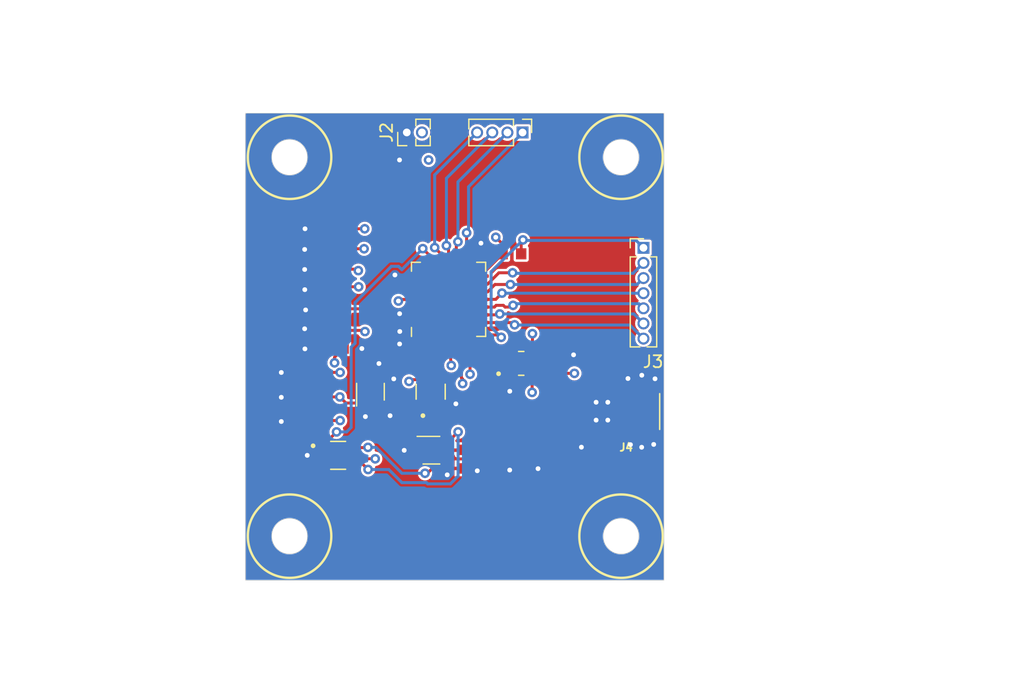
<source format=kicad_pcb>
(kicad_pcb (version 20221018) (generator pcbnew)
  (layers (0 "F.Cu" signal "RF & Signal") (1 "In1.Cu" power "Ground") (2 "In2.Cu" power "VCC") (31 "B.Cu" signal "Signal") (36 "B.SilkS" user "B.Silkscreen") (37 "F.SilkS" user "F.Silkscreen") (38 "B.Mask" user) (39 "F.Mask" user) (44 "Edge.Cuts" user))
  (net 0 "")
  (net 1 "/Filter_Input")
  (net 2 "GND")
  (net 3 "+3.3V")
  (net 4 "/PA_Input")
  (net 5 "Net-(C3-Pad2)")
  (net 6 "Net-(C4-Pad1)")
  (net 7 "Net-(C5-Pad1)")
  (net 8 "Net-(C7-Pad1)")
  (net 9 "/PA_OUTPUT")
  (net 10 "/LNA_INPUT")
  (net 11 "Net-(U2-IN)")
  (net 12 "Net-(Y1-VDD)")
  (net 13 "/TCXO_OUT")
  (net 14 "Net-(U2-OUT)")
  (net 15 "/LNA_OUTPUT")
  (net 16 "Net-(U4-VR_DIG)")
  (net 17 "Net-(U4-VR_ANA)")
  (net 18 "Net-(U4-VBAT_RF)")
  (net 19 "Net-(U4-VBAT_ANA)")
  (net 20 "/SCK")
  (net 21 "/MISO")
  (net 22 "/MOSI")
  (net 23 "/NSS")
  (net 24 "/Reset")
  (net 25 "/DIO_5")
  (net 26 "/DIO_4")
  (net 27 "/DIO_3")
  (net 28 "/DIO_2")
  (net 29 "/DIO_1")
  (net 30 "/DIO_0")
  (net 31 "/Filter_Output")
  (net 32 "/DECODER_OUT_1")
  (net 33 "/DECODER_OUT_2")
  (net 35 "/Antenna_Control")
  (footprint "BGA420 LNA:INFINEON_BFP540" (layer "F.Cu") (at 136.815 91.045 90)
    (fp_text reference "U2" hide)
    (fp_text value "BGA420")
  )
  (footprint "0603 Footprint:RESC1608X55N" (layer "F.Cu") (at 133.015 86.045 -90)
    (fp_text reference "C3" hide)
    (fp_text value "100 pF")
  )
  (footprint "0603 Footprint:RESC1608X55N" (layer "F.Cu") (at 147.1452 95.9546)
    (fp_text reference "L2" hide)
    (fp_text value "14.632 nH")
  )
  (footprint "0603 Footprint:RESC1608X55N" (layer "F.Cu") (at 128.7434 84.0912 180)
    (fp_text reference "C16" hide)
    (fp_text value "10 uF")
  )
  (footprint "TXCO:OSC_ECS-TXO-2520-33-400-AN-TR" (layer "F.Cu") (at 144.41 88.6678)
    (fp_text reference "Y1" hide)
    (fp_text value "ECS-TXO-2520-33-400-AN-TR")
  )
  (footprint "Connector_PinHeader_1.27mm:PinHeader_1x04_P1.27mm_Vertical" (layer "F.Cu") (at 144.521 69.2912 -90)
    (fp_text reference "J1" hide)
    (fp_text value "Conn_01x04_Pin")
  )
  (footprint "0603 Footprint:RESC1608X55N" (layer "F.Cu") (at 136.1038 88.195 180)
    (fp_text reference "C11" hide)
    (fp_text value "100 pF")
  )
  (footprint "0603 Footprint:RESC1608X55N" (layer "F.Cu") (at 148.7041 94.329)
    (fp_text reference "C5" hide)
    (fp_text value "2.236 pF")
  )
  (footprint "0603 Footprint:RESC1608X55N" (layer "F.Cu") (at 128.7134 79.0612 180)
    (fp_text reference "C17" hide)
    (fp_text value "100 nF")
  )
  (footprint "0603 Footprint:RESC1608X55N" (layer "F.Cu") (at 144.6306 96.7046 -90)
    (fp_text reference "C4" hide)
    (fp_text value "7.234 pF")
  )
  (footprint "0603 Footprint:RESC1608X55N" (layer "F.Cu") (at 139.5002 96.7046 -90)
    (fp_text reference "C1" hide)
    (fp_text value "2.236 pF")
  )
  (footprint "0603 Footprint:RESC1608X55N" (layer "F.Cu") (at 128.735 87.395 180)
    (fp_text reference "C19" hide)
    (fp_text value "100 nF")
  )
  (footprint "Connector_PinHeader_1.27mm:PinHeader_1x02_P1.27mm_Vertical" (layer "F.Cu") (at 134.8128 69.286 90)
    (fp_text reference "J2")
    (fp_text value "Conn_01x02_Pin")
  )
  (footprint "Package_TO_SOT_SMD:SOT-363_SC-70-6" (layer "F.Cu") (at 131.765 91.045 90)
    (fp_text reference "U1" hide)
    (fp_text value "BGA2801")
  )
  (footprint "0603 Footprint:RESC1608X55N" (layer "F.Cu") (at 133.4372 94.223)
    (fp_text reference "C7" hide)
    (fp_text value "22 nF")
  )
  (footprint "Connector_PinHeader_1.27mm:PinHeader_1x07_P1.27mm_Vertical" (layer "F.Cu") (at 154.6606 78.9686)
    (fp_text reference "J3")
    (fp_text value "Conn_01x07_Pin")
  )
  (footprint "0603 Footprint:RESC1608X55N" (layer "F.Cu") (at 143.625 79.475)
    (fp_text reference "R1" hide)
    (fp_text value "4.7k")
  )
  (footprint "0603 Footprint:RESC1608X55N" (layer "F.Cu") (at 142.0398 95.9546)
    (fp_text reference "L1" hide)
    (fp_text value "14.632 nH")
  )
  (footprint "TI Decoder1:SOT65P210X110-6N" (layer "F.Cu") (at 129.0544 96.3864)
    (fp_text reference "U5" hide)
    (fp_text value "74LVC1G19")
  )
  (footprint "0603 Footprint:RESC1608X55N" (layer "F.Cu") (at 128.7134 80.7612 180)
    (fp_text reference "C13" hide)
    (fp_text value "100 nF")
  )
  (footprint "0603 Footprint:RESC1608X55N" (layer "F.Cu") (at 126.735 91.445 180)
    (fp_text reference "C10" hide)
    (fp_text value "10 nF")
  )
  (footprint "Package_TO_SOT_SMD:SOT-363_SC-70-6" (layer "F.Cu") (at 136.8776 95.9546)
    (fp_text reference "U3" hide)
    (fp_text value "AS179-92LF")
  )
  (footprint "0603 Footprint:RESC1608X55N" (layer "F.Cu") (at 126.735 93.495 180)
    (fp_text reference "C12" hide)
    (fp_text value "100 nF")
  )
  (footprint "0603 Footprint:RESC1608X55N" (layer "F.Cu") (at 148.6886 92.678)
    (fp_text reference "L3" hide)
    (fp_text value "3.9 nH")
  )
  (footprint "0603 Footprint:RESC1608X55N" (layer "F.Cu") (at 147.1433 88.7214 90)
    (fp_text reference "C6" hide)
    (fp_text value ".1 Uf")
  )
  (footprint "0603 Footprint:RESC1608X55N" (layer "F.Cu") (at 136.776 93.5416 180)
    (fp_text reference "C8" hide)
    (fp_text value "100 pF")
  )
  (footprint "0603 Footprint:RESC1608X55N" (layer "F.Cu") (at 141.5398 88.6932 -90)
    (fp_text reference "C9" hide)
    (fp_text value "15 pF")
  )
  (footprint "Package_DFN_QFN:QFN-28-1EP_6x6mm_P0.65mm_EP4.8x4.8mm" (layer "F.Cu") (at 138.315 83.295 90)
    (fp_text reference "U4" hide)
    (fp_text value "SX1278")
  )
  (footprint "0603 Footprint:RESC1608X55N" (layer "F.Cu") (at 128.7134 85.7412 180)
    (fp_text reference "C18" hide)
    (fp_text value "10 uF")
  )
  (footprint "Coax Connector - UFL:TE_1909763-1" (layer "F.Cu") (at 154.52 92.71 -90)
    (fp_text reference "J4")
    (fp_text value "Conn_Coaxial")
  )
  (footprint "0603 Footprint:RESC1608X55N" (layer "F.Cu") (at 128.7234 82.4212 180)
    (fp_text reference "C15" hide)
    (fp_text value "100 nF")
  )
  (footprint "0603 Footprint:RESC1608X55N" (layer "F.Cu") (at 126.735 89.395)
    (fp_text reference "C2" hide)
    (fp_text value "50 pF")
  )
  (footprint "0603 Footprint:RESC1608X55N" (layer "F.Cu") (at 128.7134 77.3412 180)
    (fp_text reference "C14" hide)
    (fp_text value "10 uF")
  )
  (gr_circle (center 124.9814 71.3692) (end 128.4814 71.3692) (stroke (width 0.2)) (fill none) (layer "F.SilkS"))
  (gr_circle (center 152.7814 71.3692) (end 156.2814 71.3692) (stroke (width 0.2)) (fill none) (layer "F.SilkS"))
  (gr_circle (center 152.7814 103.1692) (end 156.2814 103.1692) (stroke (width 0.2)) (fill none) (layer "F.SilkS"))
  (gr_circle (center 124.9814 103.1692) (end 128.4814 103.1692) (stroke (width 0.2)) (fill none) (layer "F.SilkS"))
  (gr_circle (center 124.9814 71.3692) (end 126.4814 71.3692) (stroke (width 0.05)) (fill none) (layer "Edge.Cuts"))
  (gr_rect (start 121.2814 67.6692) (end 156.3814 106.8692) (stroke (width 0.05)) (fill none) (layer "Edge.Cuts"))
  (gr_circle (center 124.9814 103.1692) (end 126.4814 103.1692) (stroke (width 0.05)) (fill none) (layer "Edge.Cuts"))
  (gr_circle (center 152.7814 71.3692) (end 154.2814 71.3692) (stroke (width 0.05)) (fill none) (layer "Edge.Cuts"))
  (gr_circle (center 152.7814 103.1692) (end 154.2814 103.1692) (stroke (width 0.05)) (fill none) (layer "Edge.Cuts"))
  (segment (start 139.4702 95.9546) (end 139.5002 95.9246) (width 0.25) (layer "F.Cu") (net 1))
  (segment (start 137.8276 95.9546) (end 139.4702 95.9546) (width 0.29337) (layer "F.Cu") (net 1))
  (segment (start 139.5002 95.9246) (end 141.2298 95.9246) (width 0.29337) (layer "F.Cu") (net 1))
  (segment (start 131.765 90.095) (end 132.415 90.095) (width 0.25) (layer "F.Cu") (net 2))
  (segment (start 135.3275 81.345) (end 133.9154 81.345) (width 0.25) (layer "F.Cu") (net 2))
  (segment (start 134.5654 81.995) (end 133.8178 81.2474) (width 0.25) (layer "F.Cu") (net 2))
  (segment (start 132.477701 88.682299) (end 132.415 88.745) (width 0.25) (layer "F.Cu") (net 2))
  (segment (start 127.9029 79.0742) (end 126.2783 79.0742) (width 0.25) (layer "F.Cu") (net 2))
  (segment (start 126.2783 80.7562) (end 126.2473 80.7872) (width 0.25) (layer "F.Cu") (net 2))
  (segment (start 154.4791 94.0516) (end 154.4791 95.6762) (width 0.29337) (layer "F.Cu") (net 2))
  (segment (start 154.4939 90.9195) (end 154.4629 90.8885) (width 0.25) (layer "F.Cu") (net 2))
  (segment (start 131.6198 92.8558) (end 131.6198 92.645) (width 0.25) (layer "F.Cu") (net 2))
  (segment (start 126.2783 85.733) (end 126.2473 85.764) (width 0.25) (layer "F.Cu") (net 2))
  (segment (start 136.365 81.345) (end 136.365 80.3075) (width 0.25) (layer "F.Cu") (net 2))
  (segment (start 131.765 92.4998) (end 131.765 91.995) (width 0.25) (layer "F.Cu") (net 2))
  (segment (start 127.9334 77.3412) (end 126.3088 77.3412) (width 0.25) (layer "F.Cu") (net 2))
  (segment (start 138.315 83.295) (end 136.365 81.345) (width 0.25) (layer "F.Cu") (net 2))
  (segment (start 126.2999 87.4196) (end 126.2689 87.4506) (width 0.25) (layer "F.Cu") (net 2))
  (segment (start 136.365 80.3075) (end 134.7577 80.3075) (width 0.25) (layer "F.Cu") (net 2))
  (segment (start 137.665 83.945) (end 135.3275 83.945) (width 0.25) (layer "F.Cu") (net 2))
  (segment (start 138.315 83.295) (end 137.665 83.945) (width 0.25) (layer "F.Cu") (net 2))
  (segment (start 133.9154 81.345) (end 133.8178 81.2474) (width 0.25) (layer "F.Cu") (net 2))
  (segment (start 154.552 91.3188) (end 154.552 89.6942) (width 0.29337) (layer "F.Cu") (net 2))
  (segment (start 154.4791 95.6762) (end 154.5101 95.7072) (width 0.25) (layer "F.Cu") (net 2))
  (segment (start 140.265 81.345) (end 140.265 80.3075) (width 0.25) (layer "F.Cu") (net 2))
  (segment (start 135.9276 95.9546) (end 134.6054 95.9546) (width 0.25) (layer "F.Cu") (net 2))
  (segment (start 131.765 90.874) (end 131.765 90.095) (width 0.25) (layer "F.Cu") (net 2))
  (segment (start 137.2727 92.0932) (end 138.8973 92.0932) (width 0.25) (layer "F.Cu") (net 2))
  (segment (start 131.765 90.874) (end 131.765 90.745) (width 0.25) (layer "F.Cu") (net 2))
  (segment (start 131.3404 93.1352) (end 131.6198 92.8558) (width 0.25) (layer "F.Cu") (net 2))
  (segment (start 140.5268 97.4846) (end 140.7234 97.6812) (width 0.25) (layer "F.Cu") (net 2))
  (segment (start 128.0944 97.0364) (end 127.1136 97.0364) (width 0.25) (layer "F.Cu") (net 2))
  (segment (start 138.2034 98.0212) (end 138.74 97.4846) (width 0.29337) (layer "F.Cu") (net 2))
  (segment (start 131.765 91.995) (end 131.765 90.874) (width 0.25) (layer "F.Cu") (net 2))
  (segment (start 138.74 97.4846) (end 139.5002 97.4846) (width 0.29337) (layer "F.Cu") (net 2))
  (segment (start 147.1434 87.9812) (end 148.768 87.9812) (width 0.25) (layer "F.Cu") (net 2))
  (segment (start 127.9029 80.7562) (end 126.2783 80.7562) (width 0.25) (layer "F.Cu") (net 2))
  (segment (start 134.764415 83.945) (end 134.2106 84.498815) (width 0.25) (layer "F.Cu") (net 2))
  (segment (start 143.4434 97.6212) (end 144.494 97.6212) (width 0.29337) (layer "F.Cu") (net 2))
  (segment (start 144.6786 97.504) (end 145.9542 97.504) (width 0.29337) (layer "F.Cu") (net 2))
  (segment (start 131.6198 92.645) (end 131.765 92.4998) (width 0.25) (layer "F.Cu") (net 2))
  (segment (start 125.9433 91.4836) (end 124.3187 91.4836) (width 0.25) (layer "F.Cu") (net 2))
  (segment (start 127.1136 97.0364) (end 126.4636 96.3864) (width 0.25) (layer "F.Cu") (net 2))
  (segment (start 127.9129 82.449) (end 126.2883 82.449) (width 0.25) (layer "F.Cu") (net 2))
  (segment (start 136.365 81.345) (end 135.3275 81.345) (width 0.25) (layer "F.Cu") (net 2))
  (segment (start 132.415 88.745) (end 132.415 90.095) (width 0.25) (layer "F.Cu") (net 2))
  (segment (start 148.768 87.9812) (end 148.799 87.9502) (width 0.25) (layer "F.Cu") (net 2))
  (segment (start 128.0944 96.3864) (end 126.4636 96.3864) (width 0.25) (layer "F.Cu") (net 2))
  (segment (start 144.494 97.6212) (end 144.6306 97.4846) (width 0.29337) (layer "F.Cu") (net 2))
  (segment (start 140.265 79.3468) (end 141.0314 78.5804) (width 0.25) (layer "F.Cu") (net 2))
  (segment (start 135.3275 83.945) (end 134.764415 83.945) (width 0.25) (layer "F.Cu") (net 2))
  (segment (start 134.7577 80.3075) (end 133.8178 81.2474) (width 0.25) (layer "F.Cu") (net 2))
  (segment (start 127.9837 84.1518) (end 126.3591 84.1518) (width 0.25) (layer "F.Cu") (net 2))
  (segment (start 126.3088 77.3412) (end 126.2778 77.3722) (width 0.25) (layer "F.Cu") (net 2))
  (segment (start 125.9433 89.4008) (end 124.3187 89.4008) (width 0.25) (layer "F.Cu") (net 2))
  (segment (start 124.3187 89.4008) (end 124.2877 89.4318) (width 0.25) (layer "F.Cu") (net 2))
  (segment (start 124.3187 91.4836) (end 124.2877 91.5146) (width 0.25) (layer "F.Cu") (net 2))
  (segment (start 131.765 90.745) (end 132.415 90.095) (width 0.25) (layer "F.Cu") (net 2))
  (segment (start 140.265 80.3075) (end 140.265 79.3468) (width 0.25) (layer "F.Cu") (net 2))
  (segment (start 125.9433 93.5156) (end 124.3187 93.5156) (width 0.25) (layer "F.Cu") (net 2))
  (segment (start 124.3187 93.5156) (end 124.2877 93.5466) (width 0.25) (layer "F.Cu") (net 2))
  (segment (start 143.419 90.9751) (end 143.45 91.0061) (width 0.25) (layer "F.Cu") (net 2))
  (segment (start 135.3275 81.995) (end 134.5654 81.995) (width 0.25) (layer "F.Cu") (net 2))
  (segment (start 138.315 83.295) (end 137.015 81.995) (width 0.25) (layer "F.Cu") (net 2))
  (segment (start 138.315 83.295) (end 140.265 81.345) (width 0.25) (layer "F.Cu") (net 2))
  (segment (start 149.4566 94.377) (end 149.4566 95.6526) (width 0.29337) (layer "F.Cu") (net 2))
  (segment (start 126.2783 79.0742) (end 126.2473 79.1052) (width 0.25) (layer "F.Cu") (net 2))
  (segment (start 127.9245 87.4196) (end 126.2999 87.4196) (width 0.25) (layer "F.Cu") (net 2))
  (segment (start 137.015 81.995) (end 135.3275 81.995) (width 0.25) (layer "F.Cu") (net 2))
  (segment (start 143.419 89.3505) (end 143.419 90.9751) (width 0.25) (layer "F.Cu") (net 2))
  (segment (start 127.9029 85.733) (end 126.2783 85.733) (width 0.25) (layer "F.Cu") (net 2))
  (segment (start 126.2883 82.449) (end 126.2573 82.48) (width 0.25) (layer "F.Cu") (net 2))
  (segment (start 134.6054 95.9546) (end 134.595 95.965) (width 0.25) (layer "F.Cu") (net 2))
  (segment (start 139.5002 97.4846) (end 140.5268 97.4846) (width 0.29337) (layer "F.Cu") (net 2))
  (segment (start 138.8973 92.0932) (end 138.9283 92.0622) (width 0.25) (layer "F.Cu") (net 2))
  (segment (start 128.0944 97.0364) (end 128.0944 96.3864) (width 0.25) (layer "F.Cu") (net 2))
  (via (at 131.043996 87.424965) (size 0.8) (drill 0.4) (layers "F.Cu" "B.Cu") (net 2))
  (via (at 149.4566 95.7006) (size 0.8) (drill 0.4) (layers "F.Cu" "B.Cu") (net 2))
  (via (at 138.9283 92.0622) (size 0.8) (drill 0.4) (layers "F.Cu" "B.Cu") (net 2))
  (via (at 131.3404 93.1352) (size 0.8) (drill 0.4) (layers "F.Cu" "B.Cu") (net 2))
  (via (at 151.67 91.93) (size 0.8) (drill 0.4) (layers "F.Cu" "B.Cu") (net 2))
  (via (at 126.2473 79.1052) (size 0.8) (drill 0.4) (layers "F.Cu" "B.Cu") (net 2))
  (via (at 138.2034 98.0212) (size 0.8) (drill 0.4) (layers "F.Cu" "B.Cu") (net 2))
  (via (at 133.8178 81.2474) (size 0.8) (drill 0.4) (layers "F.Cu" "B.Cu") (net 2))
  (via (at 155.63 89.96) (size 0.8) (drill 0.4) (layers "F.Cu" "B.Cu") (net 2))
  (via (at 141.0314 78.5804) (size 0.8) (drill 0.4) (layers "F.Cu" "B.Cu") (net 2))
  (via (at 126.2473 80.7872) (size 0.8) (drill 0.4) (layers "F.Cu" "B.Cu") (net 2))
  (via (at 151.67 93.43) (size 0.8) (drill 0.4) (layers "F.Cu" "B.Cu") (net 2))
  (via (at 132.477701 88.682299) (size 0.8) (drill 0.4) (layers "F.Cu" "B.Cu") (net 2))
  (via (at 126.2778 77.3722) (size 0.8) (drill 0.4) (layers "F.Cu" "B.Cu") (net 2))
  (via (at 126.2689 87.4506) (size 0.8) (drill 0.4) (layers "F.Cu" "B.Cu") (net 2))
  (via (at 145.8184 97.504) (size 0.8) (drill 0.4) (layers "F.Cu" "B.Cu") (net 2))
  (via (at 126.2573 82.48) (size 0.8) (drill 0.4) (layers "F.Cu" "B.Cu") (net 2))
  (via (at 124.2877 93.5466) (size 0.8) (drill 0.4) (layers "F.Cu" "B.Cu") (net 2))
  (via (at 134.2242 85.991185) (size 0.8) (drill 0.4) (layers "F.Cu" "B.Cu") (net 2))
  (via (at 143.45 91.0061) (size 0.8) (drill 0.4) (layers "F.Cu" "B.Cu") (net 2))
  (via (at 150.69 91.93) (size 0.8) (drill 0.4) (layers "F.Cu" "B.Cu") (net 2))
  (via (at 124.2877 89.4318) (size 0.8) (drill 0.4) (layers "F.Cu" "B.Cu") (net 2))
  (via (at 153.57 95.49) (size 0.8) (drill 0.4) (layers "F.Cu" "B.Cu") (net 2))
  (via (at 134.2106 84.498815) (size 0.8) (drill 0.4) (layers "F.Cu" "B.Cu") (net 2))
  (via (at 134.595 95.965) (size 0.8) (drill 0.4) (layers "F.Cu" "B.Cu") (net 2))
  (via (at 134.21 87.04) (size 0.8) (drill 0.4) (layers "F.Cu" "B.Cu") (net 2))
  (via (at 153.36 89.94) (size 0.8) (drill 0.4) (layers "F.Cu" "B.Cu") (net 2))
  (via (at 133.72 89.97) (size 0.8) (drill 0.4) (layers "F.Cu" "B.Cu") (net 2))
  (via (at 154.5101 95.7072) (size 0.8) (drill 0.4) (layers "F.Cu" "B.Cu") (net 2))
  (via (at 126.3281 84.1828) (size 0.8) (drill 0.4) (layers "F.Cu" "B.Cu") (net 2))
  (via (at 148.799 87.9502) (size 0.8) (drill 0.4) (layers "F.Cu" "B.Cu") (net 2))
  (via (at 124.2877 91.5146) (size 0.8) (drill 0.4) (layers "F.Cu" "B.Cu") (net 2))
  (via (at 133.4114 93.0584) (size 0.8) (drill 0.4) (layers "F.Cu" "B.Cu") (net 2))
  (via (at 126.2473 85.764) (size 0.8) (drill 0.4) (layers "F.Cu" "B.Cu") (net 2))
  (via (at 154.521 89.6632) (size 0.8) (drill 0.4) (layers "F.Cu" "B.Cu") (net 2))
  (via (at 134.2032 71.5974) (size 0.8) (drill 0.4) (layers "F.Cu" "B.Cu") (net 2))
  (via (at 150.69 93.43) (size 0.8) (drill 0.4) (layers "F.Cu" "B.Cu") (net 2))
  (via (at 126.4636 96.3864) (size 0.8) (drill 0.4) (layers "F.Cu" "B.Cu") (net 2))
  (via (at 143.4434 97.6212) (size 0.8) (drill 0.4) (layers "F.Cu" "B.Cu") (net 2))
  (via (at 140.7234 97.6812) (size 0.8) (drill 0.4) (layers "F.Cu" "B.Cu") (net 2))
  (via (at 155.52 95.47) (size 0.8) (drill 0.4) (layers "F.Cu" "B.Cu") (net 2))
  (segment (start 129.5584 77.3722) (end 131.2816 77.3722) (width 0.25) (layer "F.Cu") (net 3))
  (segment (start 131.115 91.995) (end 129.7068 91.995) (width 0.25) (layer "F.Cu") (net 3))
  (segment (start 142.845 78.655) (end 142.845 79.475) (width 0.25) (layer "F.Cu") (net 3))
  (segment (start 131.489695 96.675) (end 132.165 96.675) (width 0.25) (layer "F.Cu") (net 3))
  (segment (start 141.3025 81.0175) (end 142.845 79.475) (width 0.25) (layer "F.Cu") (net 3))
  (segment (start 135.145 90.035) (end 136.165 90.035) (width 0.25) (layer "F.Cu") (net 3))
  (segment (start 135 90.18) (end 135.145 90.035) (width 0.25) (layer "F.Cu") (net 3))
  (segment (start 128.7534 88.6212) (end 128.7534 88.1566) (width 0.25) (layer "F.Cu") (net 3))
  (segment (start 127.4972 93.4648) (end 129.2204 93.4648) (width 0.25) (layer "F.Cu") (net 3))
  (segment (start 147.1469 89.5052) (end 148.8701 89.5052) (width 0.25) (layer "F.Cu") (net 3))
  (segment (start 141.3025 81.345) (end 141.3025 81.0175) (width 0.25) (layer "F.Cu") (net 3))
  (segment (start 127.4972 89.4262) (end 129.2204 89.4262) (width 0.25) (layer "F.Cu") (net 3))
  (segment (start 134.236 83.3054) (end 135.3171 83.3054) (width 0.25) (layer "F.Cu") (net 3))
  (segment (start 129.7068 91.995) (end 129.1952 91.4834) (width 0.25) (layer "F.Cu") (net 3))
  (segment (start 134.109 83.4324) (end 134.236 83.3054) (width 0.25) (layer "F.Cu") (net 3))
  (segment (start 129.5076 79.0488) (end 131.2308 79.0488) (width 0.25) (layer "F.Cu") (net 3))
  (segment (start 128.7534 88.1566) (end 129.515 87.395) (width 0.25) (layer "F.Cu") (net 3))
  (segment (start 130.0144 96.3864) (end 131.201095 96.3864) (width 0.25) (layer "F.Cu") (net 3))
  (segment (start 145.3494 87.8982) (end 145.3494 86.175) (width 0.25) (layer "F.Cu") (net 3))
  (segment (start 127.4718 91.4836) (end 129.195 91.4836) (width 0.25) (layer "F.Cu") (net 3))
  (segment (start 131.201095 96.3864) (end 131.489695 96.675) (width 0.25) (layer "F.Cu") (net 3))
  (segment (start 145.324 89.3794) (end 145.324 91.1026) (width 0.25) (layer "F.Cu") (net 3))
  (segment (start 135.3171 83.3054) (end 135.3275 83.295) (width 0.25) (layer "F.Cu") (net 3))
  (segment (start 142.275 78.085) (end 142.845 78.655) (width 0.25) (layer "F.Cu") (net 3))
  (via (at 129.2206 89.426) (size 0.8) (drill 0.4) (layers "F.Cu" "B.Cu") (net 3))
  (via (at 129.1952 91.4834) (size 0.8) (drill 0.4) (layers "F.Cu" "B.Cu") (net 3))
  (via (at 135 90.18) (size 0.8) (drill 0.4) (layers "F.Cu" "B.Cu") (net 3))
  (via (at 131.2818 77.372) (size 0.8) (drill 0.4) (layers "F.Cu" "B.Cu") (net 3))
  (via (at 145.3492 86.1748) (size 0.8) (drill 0.4) (layers "F.Cu" "B.Cu") (net 3))
  (via (at 128.7534 88.6212) (size 0.8) (drill 0.4) (layers "F.Cu" "B.Cu") (net 3))
  (via (at 148.8703 89.505) (size 0.8) (drill 0.4) (layers "F.Cu" "B.Cu") (net 3))
  (via (at 145.3242 91.1028) (size 0.8) (drill 0.4) (layers "F.Cu" "B.Cu") (net 3))
  (via (at 132.165 96.675) (size 0.8) (drill 0.4) (layers "F.Cu" "B.Cu") (net 3))
  (via (at 134.109 83.4324) (size 0.8) (drill 0.4) (layers "F.Cu" "B.Cu") (net 3))
  (via (at 142.275 78.085) (size 0.8) (drill 0.4) (layers "F.Cu" "B.Cu") (net 3))
  (via (at 131.231 79.0486) (size 0.8) (drill 0.4) (layers "F.Cu" "B.Cu") (net 3))
  (via (at 129.2206 93.4646) (size 0.8) (drill 0.4) (layers "F.Cu" "B.Cu") (net 3))
  (via (at 136.6416 71.5974) (size 0.8) (drill 0.4) (layers "F.Cu" "B.Cu") (net 3))
  (segment (start 133.035 85.245) (end 133.015 85.265) (width 0.25) (layer "F.Cu") (net 4))
  (segment (start 135.3275 85.245) (end 133.035 85.245) (width 0.29337) (layer "F.Cu") (net 4))
  (segment (start 131.115 88.722) (end 133.012 86.825) (width 0.29337) (layer "F.Cu") (net 5))
  (segment (start 131.115 90.095) (end 131.115 88.722) (width 0.29337) (layer "F.Cu") (net 5))
  (segment (start 133.012 86.825) (end 133.015 86.825) (width 0.29337) (layer "F.Cu") (net 5))
  (segment (start 142.8198 95.9546) (end 144.6006 95.9546) (width 0.29337) (layer "F.Cu") (net 6))
  (segment (start 144.6306 95.9246) (end 146.3352 95.9246) (width 0.29337) (layer "F.Cu") (net 6))
  (segment (start 147.9241 95.9535) (end 147.9252 95.9546) (width 0.29337) (layer "F.Cu") (net 7))
  (segment (start 147.9241 92.3986) (end 147.9241 95.9535) (width 0.29337) (layer "F.Cu") (net 7))
  (segment (start 132.6572 94.223) (end 132.6572 92.2372) (width 0.29337) (layer "F.Cu") (net 8))
  (segment (start 132.6572 92.2372) (end 132.415 91.995) (width 0.29337) (layer "F.Cu") (net 8))
  (segment (start 134.2172 94.223) (end 134.846 94.223) (width 0.29337) (layer "F.Cu") (net 9))
  (segment (start 134.846 94.223) (end 135.9276 95.3046) (width 0.29337) (layer "F.Cu") (net 9))
  (segment (start 136.5026 96.6046) (end 135.9276 96.6046) (width 0.29337) (layer "F.Cu") (net 10))
  (segment (start 136.885 96.2222) (end 136.5026 96.6046) (width 0.29337) (layer "F.Cu") (net 10))
  (segment (start 137.556 93.5416) (end 136.885 94.2126) (width 0.29337) (layer "F.Cu") (net 10))
  (segment (start 136.885 94.2126) (end 136.885 96.2222) (width 0.29337) (layer "F.Cu") (net 10))
  (segment (start 136.165 93.3726) (end 135.996 93.5416) (width 0.25) (layer "F.Cu") (net 11))
  (segment (start 136.165 92.055) (end 136.165 93.3726) (width 0.29337) (layer "F.Cu") (net 11))
  (segment (start 141.5398 87.9132) (end 143.4554 87.9132) (width 0.25) (layer "F.Cu") (net 12))
  (segment (start 143.4554 87.9132) (end 143.485 87.9428) (width 0.25) (layer "F.Cu") (net 12))
  (segment (start 140.7498 87.4174) (end 140.3274 86.995) (width 0.25) (layer "F.Cu") (net 13))
  (segment (start 138.965 86.585685) (end 138.965 86.2825) (width 0.25) (layer "F.Cu") (net 13))
  (segment (start 139.374315 86.995) (end 138.965 86.585685) (width 0.25) (layer "F.Cu") (net 13))
  (segment (start 140.7498 88.6832) (end 140.7498 87.4174) (width 0.25) (layer "F.Cu") (net 13))
  (segment (start 140.3274 86.995) (end 139.374315 86.995) (width 0.25) (layer "F.Cu") (net 13))
  (segment (start 141.5398 89.4732) (end 140.7498 88.6832) (width 0.25) (layer "F.Cu") (net 13))
  (segment (start 137.465 90.035) (end 136.9928 89.5628) (width 0.25) (layer "F.Cu") (net 14))
  (segment (start 136.9928 89.5628) (end 136.9928 88.304) (width 0.25) (layer "F.Cu") (net 14))
  (segment (start 136.9928 88.304) (end 136.8838 88.195) (width 0.25) (layer "F.Cu") (net 14))
  (segment (start 137.4504 90.0204) (end 137.465 90.035) (width 0.25) (layer "F.Cu") (net 14))
  (segment (start 136.365 86.2825) (end 136.365 86.498) (width 0.25) (layer "F.Cu") (net 15))
  (segment (start 136.365 86.498) (end 135.3238 87.5392) (width 0.25) (layer "F.Cu") (net 15))
  (segment (start 135.3238 87.5392) (end 135.3238 88.195) (width 0.25) (layer "F.Cu") (net 15))
  (segment (start 138.315 86.612894) (end 140.117 88.414894) (width 0.25) (layer "F.Cu") (net 16))
  (segment (start 138.315 86.2825) (end 138.315 86.612894) (width 0.25) (layer "F.Cu") (net 16))
  (segment (start 140.117 89.5786) (end 140.1424 89.477) (width 0.25) (layer "F.Cu") (net 16))
  (segment (start 129.4934 80.7612) (end 130.6262 80.7612) (width 0.25) (layer "F.Cu") (net 16))
  (segment (start 130.6262 80.7612) (end 130.7482 80.8832) (width 0.25) (layer "F.Cu") (net 16))
  (segment (start 140.117 88.414894) (end 140.117 89.5786) (width 0.25) (layer "F.Cu") (net 16))
  (via (at 130.7482 80.8832) (size 0.8) (drill 0.4) (layers "F.Cu" "B.Cu") (net 16))
  (via (at 140.117 89.5786) (size 0.8) (drill 0.4) (layers "F.Cu" "B.Cu") (net 16))
  (segment (start 130.773748 82.241548) (end 129.683052 82.241548) (width 0.25) (layer "F.Cu") (net 17))
  (segment (start 137.015 86.585685) (end 138.466 88.036685) (width 0.25) (layer "F.Cu") (net 17))
  (segment (start 138.466 88.036685) (end 138.5422 88.842) (width 0.25) (layer "F.Cu") (net 17))
  (segment (start 137.015 86.2825) (end 137.015 86.585685) (width 0.25) (layer "F.Cu") (net 17))
  (segment (start 129.683052 82.241548) (end 129.5034 82.4212) (width 0.25) (layer "F.Cu") (net 17))
  (segment (start 138.5422 88.842) (end 138.466 88.7658) (width 0.25) (layer "F.Cu") (net 17))
  (via (at 130.773748 82.241548) (size 0.8) (drill 0.4) (layers "F.Cu" "B.Cu") (net 17))
  (via (at 138.5422 88.842) (size 0.8) (drill 0.4) (layers "F.Cu" "B.Cu") (net 17))
  (segment (start 132.3634 84.0912) (end 129.5234 84.0912) (width 0.25) (layer "F.Cu") (net 18))
  (segment (start 133.8096 82.645) (end 132.3634 84.0912) (width 0.25) (layer "F.Cu") (net 18))
  (segment (start 135.3275 82.645) (end 133.8096 82.645) (width 0.25) (layer "F.Cu") (net 18))
  (segment (start 137.665 86.599289) (end 137.665 86.2825) (width 0.25) (layer "F.Cu") (net 19))
  (segment (start 139.392 89.278295) (end 139.496606 89.173689) (width 0.25) (layer "F.Cu") (net 19))
  (segment (start 139.496606 89.983511) (end 139.392 89.878905) (width 0.25) (layer "F.Cu") (net 19))
  (segment (start 139.496606 88.430895) (end 137.665 86.599289) (width 0.25) (layer "F.Cu") (net 19))
  (segment (start 139.392 89.878905) (end 139.392 89.278295) (width 0.25) (layer "F.Cu") (net 19))
  (segment (start 131.2072 85.9012) (end 131.3032 85.9972) (width 0.25) (layer "F.Cu") (net 19))
  (segment (start 129.4934 85.7412) (end 129.6534 85.9012) (width 0.25) (layer "F.Cu") (net 19))
  (segment (start 139.496606 90.362256) (end 139.496606 89.983511) (width 0.25) (layer "F.Cu") (net 19))
  (segment (start 129.6534 85.9012) (end 131.2072 85.9012) (width 0.25) (layer "F.Cu") (net 19))
  (segment (start 139.496606 89.173689) (end 139.496606 88.430895) (width 0.25) (layer "F.Cu") (net 19))
  (via (at 131.3032 85.9972) (size 0.8) (drill 0.4) (layers "F.Cu" "B.Cu") (net 19))
  (via (at 139.496606 90.362256) (size 0.8) (drill 0.4) (layers "F.Cu" "B.Cu") (net 19))
  (segment (start 139.83 78.756495) (end 139.615 78.971495) (width 0.25) (layer "F.Cu") (net 20))
  (segment (start 139.615 78.971495) (end 139.615 80.3075) (width 0.25) (layer "F.Cu") (net 20))
  (segment (start 139.83 77.71) (end 139.83 78.756495) (width 0.25) (layer "F.Cu") (net 20))
  (via (at 139.83 77.71) (size 0.8) (drill 0.4) (layers "F.Cu" "B.Cu") (net 20))
  (segment (start 139.99 77.55) (end 139.99 73.85) (width 0.25) (layer "B.Cu") (net 20))
  (segment (start 139.99 73.85) (end 144.521 69.319) (width 0.25) (layer "B.Cu") (net 20))
  (segment (start 144.521 69.319) (end 144.521 69.2912) (width 0.25) (layer "B.Cu") (net 20))
  (segment (start 139.83 77.71) (end 139.99 77.55) (width 0.25) (layer "B.Cu") (net 20))
  (segment (start 138.965 80.3075) (end 138.965 78.596897) (width 0.25) (layer "F.Cu") (net 21))
  (segment (start 138.965 78.596897) (end 139.101991 78.459906) (width 0.25) (layer "F.Cu") (net 21))
  (via (at 139.101991 78.459906) (size 0.8) (drill 0.4) (layers "F.Cu" "B.Cu") (net 21))
  (segment (start 139.101991 78.459906) (end 139.2144 78.347497) (width 0.25) (layer "B.Cu") (net 21))
  (segment (start 139.101991 73.440209) (end 143.251 69.2912) (width 0.25) (layer "B.Cu") (net 21))
  (segment (start 139.101991 78.459906) (end 139.101991 73.440209) (width 0.25) (layer "B.Cu") (net 21))
  (segment (start 138.315 80.3075) (end 138.315 78.964594) (width 0.25) (layer "F.Cu") (net 22))
  (segment (start 138.315 78.964594) (end 138.135908 78.785502) (width 0.25) (layer "F.Cu") (net 22))
  (via (at 138.135908 78.785502) (size 0.8) (drill 0.4) (layers "F.Cu" "B.Cu") (net 22))
  (segment (start 138.135908 73.136292) (end 141.981 69.2912) (width 0.25) (layer "B.Cu") (net 22))
  (segment (start 138.135908 78.785502) (end 137.9444 78.593994) (width 0.25) (layer "B.Cu") (net 22))
  (segment (start 138.135908 78.785502) (end 138.135908 73.136292) (width 0.25) (layer "B.Cu") (net 22))
  (segment (start 137.665 79.467229) (end 137.150492 78.952721) (width 0.25) (layer "F.Cu") (net 23))
  (segment (start 137.665 80.3075) (end 137.665 79.467229) (width 0.25) (layer "F.Cu") (net 23))
  (via (at 137.150492 78.952721) (size 0.8) (drill 0.4) (layers "F.Cu" "B.Cu") (net 23))
  (segment (start 137.150492 72.851708) (end 140.711 69.2912) (width 0.25) (layer "B.Cu") (net 23))
  (segment (start 137.150492 78.952721) (end 137.150492 72.851708) (width 0.25) (layer "B.Cu") (net 23))
  (segment (start 142.5359 86.2825) (end 142.7332 86.4798) (width 0.25) (layer "F.Cu") (net 24))
  (segment (start 144.405 79.475) (end 144.405 78.455) (width 0.25) (layer "F.Cu") (net 24))
  (segment (start 144.4034 79.4212) (end 144.5534 79.2712) (width 0.25) (layer "F.Cu") (net 24))
  (segment (start 140.265 86.2825) (end 142.5359 86.2825) (width 0.25) (layer "F.Cu") (net 24))
  (via (at 144.555 78.305) (size 0.8) (drill 0.4) (layers "F.Cu" "B.Cu") (net 24))
  (via (at 142.7332 86.4798) (size 0.8) (drill 0.4) (layers "F.Cu" "B.Cu") (net 24))
  (segment (start 144.6 78.35) (end 154.042 78.35) (width 0.25) (layer "B.Cu") (net 24))
  (segment (start 141.8846 85.6312) (end 141.8846 80.9754) (width 0.25) (layer "B.Cu") (net 24))
  (segment (start 154.042 78.35) (end 154.6606 78.9686) (width 0.25) (layer "B.Cu") (net 24))
  (segment (start 144.555 78.305) (end 144.6 78.35) (width 0.25) (layer "B.Cu") (net 24))
  (segment (start 142.7332 86.4798) (end 141.8846 85.6312) (width 0.25) (layer "B.Cu") (net 24))
  (segment (start 141.8846 80.9754) (end 144.555 78.305) (width 0.25) (layer "B.Cu") (net 24))
  (segment (start 142.535685 81.065) (end 143.685 81.065) (width 0.25) (layer "F.Cu") (net 25))
  (segment (start 141.605685 81.995) (end 142.535685 81.065) (width 0.25) (layer "F.Cu") (net 25))
  (segment (start 141.3025 81.995) (end 141.605685 81.995) (width 0.25) (layer "F.Cu") (net 25))
  (via (at 143.685 81.065) (size 0.8) (drill 0.4) (layers "F.Cu" "B.Cu") (net 25))
  (segment (start 143.73 81.11) (end 153.7892 81.11) (width 0.25) (layer "B.Cu") (net 25))
  (segment (start 153.7892 81.11) (end 154.6606 80.2386) (width 0.25) (layer "B.Cu") (net 25))
  (segment (start 143.685 81.065) (end 143.73 81.11) (width 0.25) (layer "B.Cu") (net 25))
  (segment (start 143.501305 82.047478) (end 142.203207 82.047478) (width 0.25) (layer "F.Cu") (net 26))
  (segment (start 141.605685 82.645) (end 141.3025 82.645) (width 0.25) (layer "F.Cu") (net 26))
  (segment (start 142.203207 82.047478) (end 141.605685 82.645) (width 0.25) (layer "F.Cu") (net 26))
  (via (at 143.501305 82.047478) (size 0.8) (drill 0.4) (layers "F.Cu" "B.Cu") (net 26))
  (segment (start 154.121722 82.047478) (end 154.6606 81.5086) (width 0.25) (layer "B.Cu") (net 26))
  (segment (start 143.501305 82.047478) (end 154.121722 82.047478) (width 0.25) (layer "B.Cu") (net 26))
  (segment (start 142.272159 83.295) (end 141.3025 83.295) (width 0.25) (layer "F.Cu") (net 27))
  (segment (start 142.795181 82.771978) (end 142.272159 83.295) (width 0.25) (layer "F.Cu") (net 27))
  (via (at 142.795181 82.771978) (size 0.8) (drill 0.4) (layers "F.Cu" "B.Cu") (net 27))
  (segment (start 154.607423 82.831777) (end 154.6606 82.7786) (width 0.25) (layer "B.Cu") (net 27))
  (segment (start 142.801803 82.7786) (end 154.6606 82.7786) (width 0.25) (layer "B.Cu") (net 27))
  (segment (start 142.795181 82.771978) (end 142.801803 82.7786) (width 0.25) (layer "B.Cu") (net 27))
  (segment (start 143.055605 83.9412) (end 143.5782 83.9412) (width 0.25) (layer "F.Cu") (net 28))
  (segment (start 142.309295 83.7955) (end 142.909905 83.7955) (width 0.25) (layer "F.Cu") (net 28))
  (segment (start 142.163595 83.9412) (end 142.309295 83.7955) (width 0.25) (layer "F.Cu") (net 28))
  (segment (start 142.909905 83.7955) (end 143.055605 83.9412) (width 0.25) (layer "F.Cu") (net 28))
  (segment (start 143.5782 83.9412) (end 143.7234 83.796) (width 0.25) (layer "F.Cu") (net 28))
  (segment (start 141.3063 83.9412) (end 142.163595 83.9412) (width 0.25) (layer "F.Cu") (net 28))
  (segment (start 141.3025 83.945) (end 141.3063 83.9412) (width 0.25) (layer "F.Cu") (net 28))
  (via (at 143.7234 83.796) (size 0.8) (drill 0.4) (layers "F.Cu" "B.Cu") (net 28))
  (segment (start 143.8594 83.66) (end 154.272 83.66) (width 0.25) (layer "B.Cu") (net 28))
  (segment (start 143.7234 83.796) (end 143.8594 83.66) (width 0.25) (layer "B.Cu") (net 28))
  (segment (start 154.272 83.66) (end 154.6606 84.0486) (width 0.25) (layer "B.Cu") (net 28))
  (segment (start 142.6096 84.5205) (end 142.5351 84.595) (width 0.25) (layer "F.Cu") (net 29))
  (segment (start 142.5351 84.595) (end 141.3025 84.595) (width 0.25) (layer "F.Cu") (net 29))
  (via (at 142.6096 84.5205) (size 0.8) (drill 0.4) (layers "F.Cu" "B.Cu") (net 29))
  (segment (start 153.8625 84.5205) (end 154.6606 85.3186) (width 0.25) (layer "B.Cu") (net 29))
  (segment (start 142.6096 84.5205) (end 153.8625 84.5205) (width 0.25) (layer "B.Cu") (net 29))
  (segment (start 143.6672 85.245) (end 141.3025 85.245) (width 0.25) (layer "F.Cu") (net 30))
  (segment (start 143.8534 85.4312) (end 143.6672 85.245) (width 0.25) (layer "F.Cu") (net 30))
  (via (at 143.8534 85.4312) (size 0.8) (drill 0.4) (layers "F.Cu" "B.Cu") (net 30))
  (segment (start 153.5218 85.4498) (end 154.6606 86.5886) (width 0.25) (layer "B.Cu") (net 30))
  (segment (start 143.8534 85.4312) (end 143.872 85.4498) (width 0.25) (layer "B.Cu") (net 30))
  (segment (start 143.872 85.4498) (end 153.5218 85.4498) (width 0.25) (layer "B.Cu") (net 30))
  (segment (start 149.4686 92.678) (end 152.963 92.678) (width 0.29337) (layer "F.Cu") (net 31))
  (segment (start 152.963 92.678) (end 152.995 92.71) (width 0.25) (layer "F.Cu") (net 31))
  (segment (start 136.34 97.89) (end 136.5422 97.89) (width 0.25) (layer "F.Cu") (net 32))
  (segment (start 130.0144 95.7364) (end 131.5336 95.7364) (width 0.25) (layer "F.Cu") (net 32))
  (segment (start 131.5336 95.7364) (end 131.555 95.715) (width 0.25) (layer "F.Cu") (net 32))
  (segment (start 136.5422 97.89) (end 137.8276 96.6046) (width 0.25) (layer "F.Cu") (net 32))
  (via (at 131.555 95.715) (size 0.8) (drill 0.4) (layers "F.Cu" "B.Cu") (net 32))
  (via (at 136.34 97.89) (size 0.8) (drill 0.4) (layers "F.Cu" "B.Cu") (net 32))
  (segment (start 132.230305 95.715) (end 131.555 95.715) (width 0.25) (layer "B.Cu") (net 32))
  (segment (start 134.405305 97.89) (end 132.230305 95.715) (width 0.25) (layer "B.Cu") (net 32))
  (segment (start 136.34 97.89) (end 134.405305 97.89) (width 0.25) (layer "B.Cu") (net 32))
  (segment (start 130.0144 97.0364) (end 131.0264 97.0364) (width 0.25) (layer "F.Cu") (net 33))
  (segment (start 138.2254 95.3046) (end 139.115 94.415) (width 0.25) (layer "F.Cu") (net 33))
  (segment (start 137.8276 95.3046) (end 138.2254 95.3046) (width 0.25) (layer "F.Cu") (net 33))
  (segment (start 131.0264 97.0364) (end 131.565 97.575) (width 0.25) (layer "F.Cu") (net 33))
  (via (at 139.115 94.415) (size 0.8) (drill 0.4) (layers "F.Cu" "B.Cu") (net 33))
  (via (at 131.565 97.575) (size 0.8) (drill 0.4) (layers "F.Cu" "B.Cu") (net 33))
  (segment (start 134.405 98.675) (end 136.459695 98.675) (width 0.25) (layer "B.Cu") (net 33))
  (segment (start 133.305 97.575) (end 134.405 98.675) (width 0.25) (layer "B.Cu") (net 33))
  (segment (start 131.565 97.575) (end 133.305 97.575) (width 0.25) (layer "B.Cu") (net 33))
  (segment (start 136.459695 98.675) (end 136.564695 98.78) (width 0.25) (layer "B.Cu") (net 33))
  (segment (start 138.469905 98.78) (end 139.115 98.134905) (width 0.25) (layer "B.Cu") (net 33))
  (segment (start 136.564695 98.78) (end 138.469905 98.78) (width 0.25) (layer "B.Cu") (net 33))
  (segment (start 139.115 98.134905) (end 139.115 94.415) (width 0.25) (layer "B.Cu") (net 33))
  (segment (start 137.015 79.898) (end 136.1546 79.0376) (width 0.25) (layer "F.Cu") (net 35))
  (segment (start 136.1546 79.0376) (end 136.2816 79.1646) (width 0.25) (layer "F.Cu") (net 35))
  (segment (start 128.0944 95.247573) (end 128.923155 94.418818) (width 0.25) (layer "F.Cu") (net 35))
  (segment (start 137.015 80.3075) (end 137.015 79.898) (width 0.25) (layer "F.Cu") (net 35))
  (segment (start 128.0944 95.7364) (end 128.0944 95.247573) (width 0.25) (layer "F.Cu") (net 35))
  (via (at 136.1546 79.0376) (size 0.8) (drill 0.4) (layers "F.Cu" "B.Cu") (net 35))
  (via (at 128.923155 94.418818) (size 0.8) (drill 0.4) (layers "F.Cu" "B.Cu") (net 35))
  (segment (start 130.4768 83.563095) (end 133.517495 80.5224) (width 0.25) (layer "B.Cu") (net 35))
  (segment (start 134.118105 80.5224) (end 134.393952 80.798248) (width 0.25) (layer "B.Cu") (net 35))
  (segment (start 128.923155 94.418818) (end 129.764982 94.418818) (width 0.25) (layer "B.Cu") (net 35))
  (segment (start 134.393952 80.798248) (end 136.1546 79.0376) (width 0.25) (layer "B.Cu") (net 35))
  (segment (start 130.1466 94.0372) (end 130.1466 87.3044) (width 0.25) (layer "B.Cu") (net 35))
  (segment (start 129.764982 94.418818) (end 130.1466 94.0372) (width 0.25) (layer "B.Cu") (net 35))
  (segment (start 130.1466 87.3044) (end 130.4768 86.9742) (width 0.25) (layer "B.Cu") (net 35))
  (segment (start 130.4768 86.9742) (end 130.4768 83.563095) (width 0.25) (layer "B.Cu") (net 35))
  (segment (start 133.517495 80.5224) (end 134.118105 80.5224) (width 0.25) (layer "B.Cu") (net 35))
  (zone (net 2) (net_name "GND") (layers "F.Cu" "In1.Cu" "B.Cu") (connect_pads yes (clearance 0)) (min_thickness 0.25) (fill yes (thermal_gap 0.5) (thermal_bridge_width 0.5))
    (polygon (pts (xy 121.29 67.68) (xy 156.38 67.68) (xy 156.38 106.87) (xy 121.29 106.87)))
  )
  (zone (net 0) (net_name "") (layers "F.Cu" "F.SilkS") (connect_pads (clearance 0)) (min_thickness 0.25)
    (keepout (tracks not_allowed) (vias not_allowed) (pads not_allowed) (copperpour not_allowed) (footprints allowed))
    (fill (thermal_gap 0.5) (thermal_bridge_width 0.5))
    (polygon (pts (xy 131.359736 90.628878) (xy 131.359736 89.568878) (xy 132.159736 89.558878) (xy 132.159736 90.628878)))
  )
  (zone (net 0) (net_name "") (layers "F.Cu" "F.SilkS") (connect_pads (clearance 0)) (min_thickness 0.25)
    (keepout (tracks not_allowed) (vias not_allowed) (pads not_allowed) (copperpour not_allowed) (footprints allowed))
    (fill (thermal_gap 0.5) (thermal_bridge_width 0.5))
    (polygon (pts (xy 137.938878 92.550264) (xy 136.728878 92.560264) (xy 136.708878 91.550264) (xy 137.928878 91.540264)))
  )
  (zone (net 0) (net_name "") (layers "F.Cu" "F.SilkS") (connect_pads (clearance 0)) (min_thickness 0.25)
    (keepout (tracks not_allowed) (vias not_allowed) (pads not_allowed) (copperpour not_allowed) (footprints allowed))
    (fill (thermal_gap 0.5) (thermal_bridge_width 0.5))
    (polygon (pts (xy 153.265016 93.49) (xy 155.8 93.46) (xy 155.79 94.908688) (xy 153.24 94.948688)))
  )
  (zone (net 0) (net_name "") (layers "F.Cu" "F.SilkS") (connect_pads (clearance 0)) (min_thickness 0.25)
    (keepout (tracks not_allowed) (vias not_allowed) (pads not_allowed) (copperpour not_allowed) (footprints allowed))
    (fill (thermal_gap 0.5) (thermal_bridge_width 0.5))
    (polygon (pts (xy 131.38 92.55) (xy 131.38 91.49) (xy 132.18 91.48) (xy 132.18 92.55)))
  )
  (zone (net 0) (net_name "") (layers "F.Cu" "F.SilkS") (connect_pads (clearance 0)) (min_thickness 0.25)
    (keepout (tracks not_allowed) (vias not_allowed) (pads not_allowed) (copperpour not_allowed) (footprints allowed))
    (fill (thermal_gap 0.5) (thermal_bridge_width 0.5))
    (polygon (pts (xy 135.41 95.54) (xy 136.47 95.54) (xy 136.48 96.34) (xy 135.41 96.34)))
  )
  (zone (net 0) (net_name "") (layers "F.Cu" "F.SilkS") (connect_pads (clearance 0)) (min_thickness 0.25)
    (keepout (tracks not_allowed) (vias not_allowed) (pads not_allowed) (copperpour not_allowed) (footprints allowed))
    (fill (thermal_gap 0.5) (thermal_bridge_width 0.5))
    (polygon (pts (xy 138.825016 96.811312) (xy 140.18 96.811312) (xy 140.18 98.14) (xy 138.81 98.15)))
  )
  (zone (net 0) (net_name "") (layers "F.Cu" "F.SilkS") (connect_pads (clearance 0)) (min_thickness 0.25)
    (keepout (tracks not_allowed) (vias not_allowed) (pads not_allowed) (copperpour not_allowed) (footprints allowed))
    (fill (thermal_gap 0.5) (thermal_bridge_width 0.5))
    (polygon (pts (xy 132.119736 90.618878) (xy 132.119736 89.558878) (xy 132.919736 89.548878) (xy 132.919736 90.618878)))
  )
  (zone (net 0) (net_name "") (layers "F.Cu" "F.SilkS") (connect_pads (clearance 0)) (min_thickness 0.25)
    (keepout (tracks not_allowed) (vias not_allowed) (pads not_allowed) (copperpour not_allowed) (footprints allowed))
    (fill (thermal_gap 0.5) (thermal_bridge_width 0.5))
    (polygon (pts (xy 153.265016 90.51) (xy 155.8 90.48) (xy 155.79 91.928688) (xy 153.24 91.968688)))
  )
  (zone (net 0) (net_name "") (layers "F.Cu" "F.SilkS") (connect_pads (clearance 0)) (min_thickness 0.25)
    (keepout (tracks not_allowed) (vias not_allowed) (pads not_allowed) (copperpour not_allowed) (footprints allowed))
    (fill (thermal_gap 0.5) (thermal_bridge_width 0.5))
    (polygon (pts (xy 143.955016 96.81) (xy 145.31 96.81) (xy 145.31 98.138688) (xy 143.94 98.148688)))
  )
  (zone (net 0) (net_name "") (layers "F.Cu" "F.SilkS") (connect_pads (clearance 0)) (min_thickness 0.25)
    (keepout (tracks not_allowed) (vias not_allowed) (pads not_allowed) (copperpour not_allowed) (footprints allowed))
    (fill (thermal_gap 0.5) (thermal_bridge_width 0.5))
    (polygon (pts (xy 148.815016 93.67) (xy 150.17 93.67) (xy 150.17 94.998688) (xy 148.8 95.008688)))
  )
)
</source>
